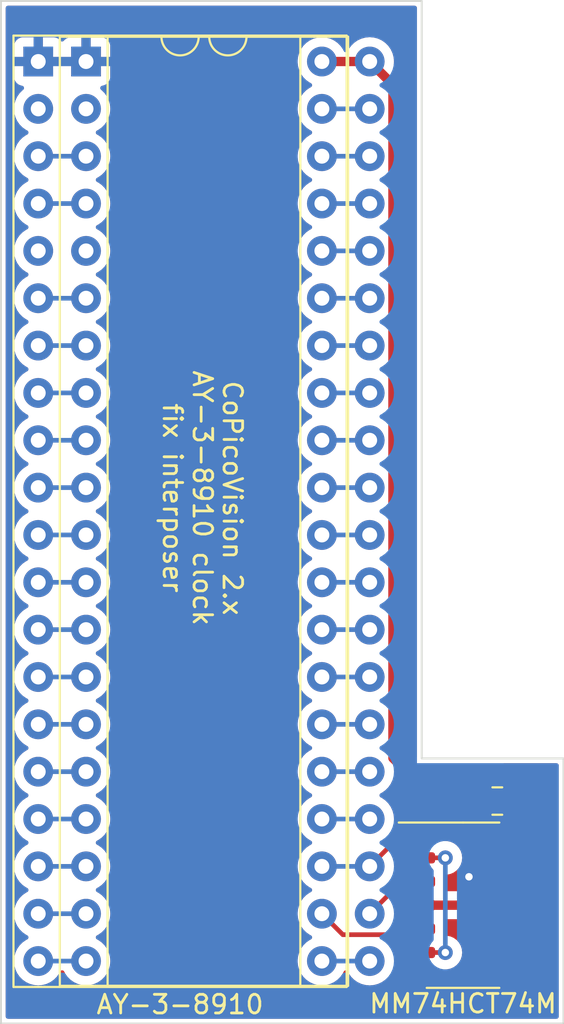
<source format=kicad_pcb>
(kicad_pcb (version 20221018) (generator pcbnew)
  (title_block (title "CoPicoVision AY-3-8910 clock fix interposer") (date "2024-12-31") (rev "1.0") (company "(c) 2024 Jason R. Thorpe.  See LICENSE."))
  (layers (0 "F.Cu" signal) (31 "B.Cu" signal) (34 "B.Paste" user) (35 "F.Paste" user) (36 "B.SilkS" user "B.Silkscreen") (37 "F.SilkS" user "F.Silkscreen") (38 "B.Mask" user) (39 "F.Mask" user) (44 "Edge.Cuts" user))
  (net 0 "")
  (net 1 "VCC")
  (net 2 "GND")
  (net 4 "/OUT_B")
  (net 5 "/OUT_A")
  (net 7 "/IOB7")
  (net 8 "/IOB6")
  (net 9 "/IOB5")
  (net 10 "/IOB4")
  (net 11 "/IOB3")
  (net 12 "/IOB2")
  (net 13 "/IOB1")
  (net 14 "/IOB0")
  (net 15 "/IOA7")
  (net 16 "/IOA6")
  (net 17 "/IOA5")
  (net 18 "/IOA4")
  (net 19 "/IOA3")
  (net 20 "/IOA2")
  (net 21 "/IOA1")
  (net 22 "/IOA0")
  (net 23 "/CPUCLK")
  (net 24 "/RESET")
  (net 25 "/A9")
  (net 26 "/A8")
  (net 27 "/TEST2")
  (net 28 "/BDIR")
  (net 29 "/BC2")
  (net 30 "/BC1")
  (net 31 "/DA7")
  (net 32 "/DA6")
  (net 33 "/DA5")
  (net 34 "/DA4")
  (net 35 "/DA3")
  (net 36 "/DA2")
  (net 37 "/DA1")
  (net 38 "/DA0")
  (net 39 "/OUT_C")
  (net 40 "/TEST1")
  (net 43 "Net-(U102-CLOCK)")
  (net 44 "Net-(U103A-D)")
  (footprint "Package_DIP:DIP-40_W15.24mm" (layer "F.Cu") (at 139.446 39.8264)
    (fp_text reference "U101" hide)
    (fp_text value "AY-3-8910" hide)
    (fp_line (start 1.16 -1.33) (end 1.16 49.59) (stroke (width 0.12)) (layer "F.SilkS"))
    (fp_line (start 1.16 49.59) (end 14.08 49.59) (stroke (width 0.12)) (layer "F.SilkS"))
    (fp_line (start 6.62 -1.33) (end 1.16 -1.33) (stroke (width 0.12)) (layer "F.SilkS"))
    (fp_line (start 14.08 -1.33) (end 8.62 -1.33) (stroke (width 0.12)) (layer "F.SilkS"))
    (fp_line (start 14.08 49.59) (end 14.08 -1.33) (stroke (width 0.12)) (layer "F.SilkS"))
    (fp_arc (start 8.62 -1.33) (mid 7.62 -0.33) (end 6.62 -1.33) (stroke (width 0.12)) (layer "F.SilkS"))
    (pad "1" thru_hole rect (at 0 0) (size 1.6 1.6) (drill 0.8) (layers "*.Cu" "*.Mask") (net 2 "GND"))
    (pad "2" thru_hole oval (at 0 2.54) (size 1.6 1.6) (drill 0.8) (layers "*.Cu" "*.Mask"))
    (pad "3" thru_hole oval (at 0 5.08) (size 1.6 1.6) (drill 0.8) (layers "*.Cu" "*.Mask") (net 4 "/OUT_B"))
    (pad "4" thru_hole oval (at 0 7.62) (size 1.6 1.6) (drill 0.8) (layers "*.Cu" "*.Mask") (net 5 "/OUT_A"))
    (pad "5" thru_hole oval (at 0 10.16) (size 1.6 1.6) (drill 0.8) (layers "*.Cu" "*.Mask"))
    (pad "6" thru_hole oval (at 0 12.7) (size 1.6 1.6) (drill 0.8) (layers "*.Cu" "*.Mask") (net 7 "/IOB7"))
    (pad "7" thru_hole oval (at 0 15.24) (size 1.6 1.6) (drill 0.8) (layers "*.Cu" "*.Mask") (net 8 "/IOB6"))
    (pad "8" thru_hole oval (at 0 17.78) (size 1.6 1.6) (drill 0.8) (layers "*.Cu" "*.Mask") (net 9 "/IOB5"))
    (pad "9" thru_hole oval (at 0 20.32) (size 1.6 1.6) (drill 0.8) (layers "*.Cu" "*.Mask") (net 10 "/IOB4"))
    (pad "10" thru_hole oval (at 0 22.86) (size 1.6 1.6) (drill 0.8) (layers "*.Cu" "*.Mask") (net 11 "/IOB3"))
    (pad "11" thru_hole oval (at 0 25.4) (size 1.6 1.6) (drill 0.8) (layers "*.Cu" "*.Mask") (net 12 "/IOB2"))
    (pad "12" thru_hole oval (at 0 27.94) (size 1.6 1.6) (drill 0.8) (layers "*.Cu" "*.Mask") (net 13 "/IOB1"))
    (pad "13" thru_hole oval (at 0 30.48) (size 1.6 1.6) (drill 0.8) (layers "*.Cu" "*.Mask") (net 14 "/IOB0"))
    (pad "14" thru_hole oval (at 0 33.02) (size 1.6 1.6) (drill 0.8) (layers "*.Cu" "*.Mask") (net 15 "/IOA7"))
    (pad "15" thru_hole oval (at 0 35.56) (size 1.6 1.6) (drill 0.8) (layers "*.Cu" "*.Mask") (net 16 "/IOA6"))
    (pad "16" thru_hole oval (at 0 38.1) (size 1.6 1.6) (drill 0.8) (layers "*.Cu" "*.Mask") (net 17 "/IOA5"))
    (pad "17" thru_hole oval (at 0 40.64) (size 1.6 1.6) (drill 0.8) (layers "*.Cu" "*.Mask") (net 18 "/IOA4"))
    (pad "18" thru_hole oval (at 0 43.18) (size 1.6 1.6) (drill 0.8) (layers "*.Cu" "*.Mask") (net 19 "/IOA3"))
    (pad "19" thru_hole oval (at 0 45.72) (size 1.6 1.6) (drill 0.8) (layers "*.Cu" "*.Mask") (net 20 "/IOA2"))
    (pad "20" thru_hole oval (at 0 48.26) (size 1.6 1.6) (drill 0.8) (layers "*.Cu" "*.Mask") (net 21 "/IOA1"))
    (pad "21" thru_hole oval (at 15.24 48.26) (size 1.6 1.6) (drill 0.8) (layers "*.Cu" "*.Mask") (net 22 "/IOA0"))
    (pad "22" thru_hole oval (at 15.24 45.72) (size 1.6 1.6) (drill 0.8) (layers "*.Cu" "*.Mask") (net 23 "/CPUCLK"))
    (pad "23" thru_hole oval (at 15.24 43.18) (size 1.6 1.6) (drill 0.8) (layers "*.Cu" "*.Mask") (net 24 "/RESET"))
    (pad "24" thru_hole oval (at 15.24 40.64) (size 1.6 1.6) (drill 0.8) (layers "*.Cu" "*.Mask") (net 25 "/A9"))
    (pad "25" thru_hole oval (at 15.24 38.1) (size 1.6 1.6) (drill 0.8) (layers "*.Cu" "*.Mask") (net 26 "/A8"))
    (pad "26" thru_hole oval (at 15.24 35.56) (size 1.6 1.6) (drill 0.8) (layers "*.Cu" "*.Mask") (net 27 "/TEST2"))
    (pad "27" thru_hole oval (at 15.24 33.02) (size 1.6 1.6) (drill 0.8) (layers "*.Cu" "*.Mask") (net 28 "/BDIR"))
    (pad "28" thru_hole oval (at 15.24 30.48) (size 1.6 1.6) (drill 0.8) (layers "*.Cu" "*.Mask") (net 29 "/BC2"))
    (pad "29" thru_hole oval (at 15.24 27.94) (size 1.6 1.6) (drill 0.8) (layers "*.Cu" "*.Mask") (net 30 "/BC1"))
    (pad "30" thru_hole oval (at 15.24 25.4) (size 1.6 1.6) (drill 0.8) (layers "*.Cu" "*.Mask") (net 31 "/DA7"))
    (pad "31" thru_hole oval (at 15.24 22.86) (size 1.6 1.6) (drill 0.8) (layers "*.Cu" "*.Mask") (net 32 "/DA6"))
    (pad "32" thru_hole oval (at 15.24 20.32) (size 1.6 1.6) (drill 0.8) (layers "*.Cu" "*.Mask") (net 33 "/DA5"))
    (pad "33" thru_hole oval (at 15.24 17.78) (size 1.6 1.6) (drill 0.8) (layers "*.Cu" "*.Mask") (net 34 "/DA4"))
    (pad "34" thru_hole oval (at 15.24 15.24) (size 1.6 1.6) (drill 0.8) (layers "*.Cu" "*.Mask") (net 35 "/DA3"))
    (pad "35" thru_hole oval (at 15.24 12.7) (size 1.6 1.6) (drill 0.8) (layers "*.Cu" "*.Mask") (net 36 "/DA2"))
    (pad "36" thru_hole oval (at 15.24 10.16) (size 1.6 1.6) (drill 0.8) (layers "*.Cu" "*.Mask") (net 37 "/DA1"))
    (pad "37" thru_hole oval (at 15.24 7.62) (size 1.6 1.6) (drill 0.8) (layers "*.Cu" "*.Mask") (net 38 "/DA0"))
    (pad "38" thru_hole oval (at 15.24 5.08) (size 1.6 1.6) (drill 0.8) (layers "*.Cu" "*.Mask") (net 39 "/OUT_C"))
    (pad "39" thru_hole oval (at 15.24 2.54) (size 1.6 1.6) (drill 0.8) (layers "*.Cu" "*.Mask") (net 40 "/TEST1"))
    (pad "40" thru_hole oval (at 15.24 0) (size 1.6 1.6) (drill 0.8) (layers "*.Cu" "*.Mask") (net 1 "VCC"))
  )
  (footprint "Capacitor_SMD:C_0805_2012Metric_Pad1.18x1.45mm_HandSolder" (layer "F.Cu") (at 161.544 79.502 180)
    (fp_text reference "C101" hide)
    (fp_text value "0.1µF" hide)
    (fp_line (start -0.261252 -0.735) (end 0.261252 -0.735) (stroke (width 0.12)) (layer "F.SilkS"))
    (fp_line (start -0.261252 0.735) (end 0.261252 0.735) (stroke (width 0.12)) (layer "F.SilkS"))
    (pad "1" smd roundrect (at -1.0375 0 180) (size 1.175 1.45) (layers "F.Cu" "F.Paste" "F.Mask") (roundrect_rratio 0.2127659574) (net 1 "VCC"))
    (pad "2" smd roundrect (at 1.0375 0 180) (size 1.175 1.45) (layers "F.Cu" "F.Paste" "F.Mask") (roundrect_rratio 0.2127659574) (net 2 "GND"))
  )
  (footprint "Package_DIP:DIP-40_W15.24mm_Socket" (layer "F.Cu") (at 136.8782 39.8264)
    (fp_text reference "U102" hide)
    (fp_text value "AY-3-8910" (at 7.62 50.59) (layer "F.SilkS"))
    (fp_line (start -1.33 -1.39) (end -1.33 49.65) (stroke (width 0.12)) (layer "F.SilkS"))
    (fp_line (start -1.33 49.65) (end 16.57 49.65) (stroke (width 0.12)) (layer "F.SilkS"))
    (fp_line (start 1.16 -1.33) (end 1.16 49.59) (stroke (width 0.12)) (layer "F.SilkS"))
    (fp_line (start 1.16 49.59) (end 14.08 49.59) (stroke (width 0.12)) (layer "F.SilkS"))
    (fp_line (start 6.62 -1.33) (end 1.16 -1.33) (stroke (width 0.12)) (layer "F.SilkS"))
    (fp_line (start 14.08 -1.33) (end 8.62 -1.33) (stroke (width 0.12)) (layer "F.SilkS"))
    (fp_line (start 14.08 49.59) (end 14.08 -1.33) (stroke (width 0.12)) (layer "F.SilkS"))
    (fp_line (start 16.57 -1.39) (end -1.33 -1.39) (stroke (width 0.12)) (layer "F.SilkS"))
    (fp_line (start 16.57 49.65) (end 16.57 -1.39) (stroke (width 0.12)) (layer "F.SilkS"))
    (fp_arc (start 8.62 -1.33) (mid 7.62 -0.33) (end 6.62 -1.33) (stroke (width 0.12)) (layer "F.SilkS"))
    (pad "1" thru_hole rect (at 0 0) (size 1.6 1.6) (drill 0.8) (layers "*.Cu" "*.Mask") (net 2 "GND"))
    (pad "2" thru_hole oval (at 0 2.54) (size 1.6 1.6) (drill 0.8) (layers "*.Cu" "*.Mask"))
    (pad "3" thru_hole oval (at 0 5.08) (size 1.6 1.6) (drill 0.8) (layers "*.Cu" "*.Mask") (net 4 "/OUT_B"))
    (pad "4" thru_hole oval (at 0 7.62) (size 1.6 1.6) (drill 0.8) (layers "*.Cu" "*.Mask") (net 5 "/OUT_A"))
    (pad "5" thru_hole oval (at 0 10.16) (size 1.6 1.6) (drill 0.8) (layers "*.Cu" "*.Mask"))
    (pad "6" thru_hole oval (at 0 12.7) (size 1.6 1.6) (drill 0.8) (layers "*.Cu" "*.Mask") (net 7 "/IOB7"))
    (pad "7" thru_hole oval (at 0 15.24) (size 1.6 1.6) (drill 0.8) (layers "*.Cu" "*.Mask") (net 8 "/IOB6"))
    (pad "8" thru_hole oval (at 0 17.78) (size 1.6 1.6) (drill 0.8) (layers "*.Cu" "*.Mask") (net 9 "/IOB5"))
    (pad "9" thru_hole oval (at 0 20.32) (size 1.6 1.6) (drill 0.8) (layers "*.Cu" "*.Mask") (net 10 "/IOB4"))
    (pad "10" thru_hole oval (at 0 22.86) (size 1.6 1.6) (drill 0.8) (layers "*.Cu" "*.Mask") (net 11 "/IOB3"))
    (pad "11" thru_hole oval (at 0 25.4) (size 1.6 1.6) (drill 0.8) (layers "*.Cu" "*.Mask") (net 12 "/IOB2"))
    (pad "12" thru_hole oval (at 0 27.94) (size 1.6 1.6) (drill 0.8) (layers "*.Cu" "*.Mask") (net 13 "/IOB1"))
    (pad "13" thru_hole oval (at 0 30.48) (size 1.6 1.6) (drill 0.8) (layers "*.Cu" "*.Mask") (net 14 "/IOB0"))
    (pad "14" thru_hole oval (at 0 33.02) (size 1.6 1.6) (drill 0.8) (layers "*.Cu" "*.Mask") (net 15 "/IOA7"))
    (pad "15" thru_hole oval (at 0 35.56) (size 1.6 1.6) (drill 0.8) (layers "*.Cu" "*.Mask") (net 16 "/IOA6"))
    (pad "16" thru_hole oval (at 0 38.1) (size 1.6 1.6) (drill 0.8) (layers "*.Cu" "*.Mask") (net 17 "/IOA5"))
    (pad "17" thru_hole oval (at 0 40.64) (size 1.6 1.6) (drill 0.8) (layers "*.Cu" "*.Mask") (net 18 "/IOA4"))
    (pad "18" thru_hole oval (at 0 43.18) (size 1.6 1.6) (drill 0.8) (layers "*.Cu" "*.Mask") (net 19 "/IOA3"))
    (pad "19" thru_hole oval (at 0 45.72) (size 1.6 1.6) (drill 0.8) (layers "*.Cu" "*.Mask") (net 20 "/IOA2"))
    (pad "20" thru_hole oval (at 0 48.26) (size 1.6 1.6) (drill 0.8) (layers "*.Cu" "*.Mask") (net 21 "/IOA1"))
    (pad "21" thru_hole oval (at 15.24 48.26) (size 1.6 1.6) (drill 0.8) (layers "*.Cu" "*.Mask") (net 22 "/IOA0"))
    (pad "22" thru_hole oval (at 15.24 45.72) (size 1.6 1.6) (drill 0.8) (layers "*.Cu" "*.Mask") (net 43 "Net-(U102-CLOCK)"))
    (pad "23" thru_hole oval (at 15.24 43.18) (size 1.6 1.6) (drill 0.8) (layers "*.Cu" "*.Mask") (net 24 "/RESET"))
    (pad "24" thru_hole oval (at 15.24 40.64) (size 1.6 1.6) (drill 0.8) (layers "*.Cu" "*.Mask") (net 25 "/A9"))
    (pad "25" thru_hole oval (at 15.24 38.1) (size 1.6 1.6) (drill 0.8) (layers "*.Cu" "*.Mask") (net 26 "/A8"))
    (pad "26" thru_hole oval (at 15.24 35.56) (size 1.6 1.6) (drill 0.8) (layers "*.Cu" "*.Mask") (net 27 "/TEST2"))
    (pad "27" thru_hole oval (at 15.24 33.02) (size 1.6 1.6) (drill 0.8) (layers "*.Cu" "*.Mask") (net 28 "/BDIR"))
    (pad "28" thru_hole oval (at 15.24 30.48) (size 1.6 1.6) (drill 0.8) (layers "*.Cu" "*.Mask") (net 29 "/BC2"))
    (pad "29" thru_hole oval (at 15.24 27.94) (size 1.6 1.6) (drill 0.8) (layers "*.Cu" "*.Mask") (net 30 "/BC1"))
    (pad "30" thru_hole oval (at 15.24 25.4) (size 1.6 1.6) (drill 0.8) (layers "*.Cu" "*.Mask") (net 31 "/DA7"))
    (pad "31" thru_hole oval (at 15.24 22.86) (size 1.6 1.6) (drill 0.8) (layers "*.Cu" "*.Mask") (net 32 "/DA6"))
    (pad "32" thru_hole oval (at 15.24 20.32) (size 1.6 1.6) (drill 0.8) (layers "*.Cu" "*.Mask") (net 33 "/DA5"))
    (pad "33" thru_hole oval (at 15.24 17.78) (size 1.6 1.6) (drill 0.8) (layers "*.Cu" "*.Mask") (net 34 "/DA4"))
    (pad "34" thru_hole oval (at 15.24 15.24) (size 1.6 1.6) (drill 0.8) (layers "*.Cu" "*.Mask") (net 35 "/DA3"))
    (pad "35" thru_hole oval (at 15.24 12.7) (size 1.6 1.6) (drill 0.8) (layers "*.Cu" "*.Mask") (net 36 "/DA2"))
    (pad "36" thru_hole oval (at 15.24 10.16) (size 1.6 1.6) (drill 0.8) (layers "*.Cu" "*.Mask") (net 37 "/DA1"))
    (pad "37" thru_hole oval (at 15.24 7.62) (size 1.6 1.6) (drill 0.8) (layers "*.Cu" "*.Mask") (net 38 "/DA0"))
    (pad "38" thru_hole oval (at 15.24 5.08) (size 1.6 1.6) (drill 0.8) (layers "*.Cu" "*.Mask") (net 39 "/OUT_C"))
    (pad "39" thru_hole oval (at 15.24 2.54) (size 1.6 1.6) (drill 0.8) (layers "*.Cu" "*.Mask") (net 40 "/TEST1"))
    (pad "40" thru_hole oval (at 15.24 0) (size 1.6 1.6) (drill 0.8) (layers "*.Cu" "*.Mask") (net 1 "VCC"))
  )
  (footprint "Package_SO:SOIC-14_3.9x8.7mm_P1.27mm" (layer "F.Cu") (at 159.701 85.09)
    (fp_text reference "U103" hide)
    (fp_text value "MM74HCT74M" (at 0 5.28) (layer "F.SilkS"))
    (fp_line (start 0 -4.435) (end -3.45 -4.435) (stroke (width 0.12)) (layer "F.SilkS"))
    (fp_line (start 0 -4.435) (end 1.95 -4.435) (stroke (width 0.12)) (layer "F.SilkS"))
    (fp_line (start 0 4.435) (end -1.95 4.435) (stroke (width 0.12)) (layer "F.SilkS"))
    (fp_line (start 0 4.435) (end 1.95 4.435) (stroke (width 0.12)) (layer "F.SilkS"))
    (pad "1" smd roundrect (at -2.475 -3.81) (size 1.95 0.6) (layers "F.Cu" "F.Paste" "F.Mask") (net 24 "/RESET"))
    (pad "2" smd roundrect (at -2.475 -2.54) (size 1.95 0.6) (layers "F.Cu" "F.Paste" "F.Mask") (net 44 "Net-(U103A-D)"))
    (pad "3" smd roundrect (at -2.475 -1.27) (size 1.95 0.6) (layers "F.Cu" "F.Paste" "F.Mask") (net 23 "/CPUCLK"))
    (pad "4" smd roundrect (at -2.475 0) (size 1.95 0.6) (layers "F.Cu" "F.Paste" "F.Mask") (net 1 "VCC"))
    (pad "5" smd roundrect (at -2.475 1.27) (size 1.95 0.6) (layers "F.Cu" "F.Paste" "F.Mask") (net 43 "Net-(U102-CLOCK)"))
    (pad "6" smd roundrect (at -2.475 2.54) (size 1.95 0.6) (layers "F.Cu" "F.Paste" "F.Mask") (net 44 "Net-(U103A-D)"))
    (pad "7" smd roundrect (at -2.475 3.81) (size 1.95 0.6) (layers "F.Cu" "F.Paste" "F.Mask") (net 2 "GND"))
    (pad "8" smd roundrect (at 2.475 3.81) (size 1.95 0.6) (layers "F.Cu" "F.Paste" "F.Mask"))
    (pad "9" smd roundrect (at 2.475 2.54) (size 1.95 0.6) (layers "F.Cu" "F.Paste" "F.Mask"))
    (pad "10" smd roundrect (at 2.475 1.27) (size 1.95 0.6) (layers "F.Cu" "F.Paste" "F.Mask") (net 1 "VCC"))
    (pad "11" smd roundrect (at 2.475 0) (size 1.95 0.6) (layers "F.Cu" "F.Paste" "F.Mask") (net 2 "GND"))
    (pad "12" smd roundrect (at 2.475 -1.27) (size 1.95 0.6) (layers "F.Cu" "F.Paste" "F.Mask") (net 2 "GND"))
    (pad "13" smd roundrect (at 2.475 -2.54) (size 1.95 0.6) (layers "F.Cu" "F.Paste" "F.Mask") (net 1 "VCC"))
    (pad "14" smd roundrect (at 2.475 -3.81) (size 1.95 0.6) (layers "F.Cu" "F.Paste" "F.Mask") (net 1 "VCC"))
  )
  (gr_poly (pts (xy 134.874 36.576) (xy 134.874 91.44) (xy 165.1 91.44) (xy 165.1 77.216) (xy 157.48 77.216) (xy 157.48 36.576)) (stroke (width 0.1)) (fill none) (layer "Edge.Cuts"))
  (gr_text "CoPicoVision 2.x\nAY-3-8910 clock\nfix interposer" (at 143.51 63.246 270) (layer "F.SilkS") (effects (font (size 1 1)) (justify bottom)))
  (segment (start 154.686 39.8264) (end 152.1182 39.8264) (width 0.5) (layer "F.Cu") (net 1))
  (segment (start 162.729528 82.55) (end 163.601 83.421472) (width 0.5) (layer "F.Cu") (net 1))
  (segment (start 163.601 85.488528) (end 162.729528 86.36) (width 0.5) (layer "F.Cu") (net 1))
  (segment (start 155.936 41.0764) (end 155.936 77.196) (width 0.5) (layer "F.Cu") (net 1))
  (segment (start 160.319528 85.09) (end 157.226 85.09) (width 0.5) (layer "F.Cu") (net 1))
  (segment (start 156.972 78.232) (end 161.3115 78.232) (width 0.5) (layer "F.Cu") (net 1))
  (segment (start 162.176 86.36) (end 161.589528 86.36) (width 0.5) (layer "F.Cu") (net 1))
  (segment (start 161.589528 86.36) (end 160.319528 85.09) (width 0.5) (layer "F.Cu") (net 1))
  (segment (start 162.5815 80.8745) (end 162.176 81.28) (width 0.5) (layer "F.Cu") (net 1))
  (segment (start 162.176 82.55) (end 162.729528 82.55) (width 0.5) (layer "F.Cu") (net 1))
  (segment (start 154.686 39.8264) (end 155.936 41.0764) (width 0.5) (layer "F.Cu") (net 1))
  (segment (start 161.3115 78.232) (end 162.5815 79.502) (width 0.5) (layer "F.Cu") (net 1))
  (segment (start 163.601 83.421472) (end 163.601 85.488528) (width 0.5) (layer "F.Cu") (net 1))
  (segment (start 155.936 77.196) (end 156.972 78.232) (width 0.5) (layer "F.Cu") (net 1))
  (segment (start 162.729528 86.36) (end 162.176 86.36) (width 0.5) (layer "F.Cu") (net 1))
  (segment (start 162.176 81.28) (end 162.176 82.55) (width 0.5) (layer "F.Cu") (net 1))
  (segment (start 162.5815 79.502) (end 162.5815 80.8745) (width 0.5) (layer "F.Cu") (net 1))
  (segment (start 162.176 85.09) (end 162.176 83.82) (width 0.5) (layer "F.Cu") (net 2))
  (via (at 160.02 83.566) (size 0.8) (drill 0.4) (layers "F.Cu" "B.Cu") (net 2))
  (segment (start 139.446 44.9064) (end 136.8782 44.9064) (width 0.25) (layer "B.Cu") (net 4))
  (segment (start 139.446 47.4464) (end 136.8782 47.4464) (width 0.25) (layer "B.Cu") (net 5))
  (segment (start 139.446 52.5264) (end 136.8782 52.5264) (width 0.25) (layer "B.Cu") (net 7))
  (segment (start 139.446 55.0664) (end 136.8782 55.0664) (width 0.25) (layer "B.Cu") (net 8))
  (segment (start 139.446 57.6064) (end 136.8782 57.6064) (width 0.25) (layer "B.Cu") (net 9))
  (segment (start 139.446 60.1464) (end 136.8782 60.1464) (width 0.25) (layer "B.Cu") (net 10))
  (segment (start 139.446 62.6864) (end 136.8782 62.6864) (width 0.25) (layer "B.Cu") (net 11))
  (segment (start 139.446 65.2264) (end 136.8782 65.2264) (width 0.25) (layer "B.Cu") (net 12))
  (segment (start 139.446 67.7664) (end 136.8782 67.7664) (width 0.25) (layer "B.Cu") (net 13))
  (segment (start 139.446 70.3064) (end 136.8782 70.3064) (width 0.25) (layer "B.Cu") (net 14))
  (segment (start 139.446 72.8464) (end 136.8782 72.8464) (width 0.25) (layer "B.Cu") (net 15))
  (segment (start 139.446 75.3864) (end 136.8782 75.3864) (width 0.25) (layer "B.Cu") (net 16))
  (segment (start 139.446 77.9264) (end 136.8782 77.9264) (width 0.25) (layer "B.Cu") (net 17))
  (segment (start 139.446 80.4664) (end 136.8782 80.4664) (width 0.25) (layer "B.Cu") (net 18))
  (segment (start 139.446 83.0064) (end 136.8782 83.0064) (width 0.25) (layer "B.Cu") (net 19))
  (segment (start 139.446 85.5464) (end 136.8782 85.5464) (width 0.25) (layer "B.Cu") (net 20))
  (segment (start 139.446 88.0864) (end 136.8782 88.0864) (width 0.25) (layer "B.Cu") (net 21))
  (segment (start 154.686 88.0864) (end 152.1182 88.0864) (width 0.25) (layer "B.Cu") (net 22))
  (segment (start 154.686 85.5464) (end 156.4124 83.82) (width 0.25) (layer "F.Cu") (net 23))
  (segment (start 156.4124 83.82) (end 157.226 83.82) (width 0.25) (layer "F.Cu") (net 23))
  (segment (start 154.686 83.0064) (end 156.4124 81.28) (width 0.25) (layer "F.Cu") (net 24))
  (segment (start 156.4124 81.28) (end 157.226 81.28) (width 0.25) (layer "F.Cu") (net 24))
  (segment (start 154.686 83.0064) (end 152.1182 83.0064) (width 0.25) (layer "B.Cu") (net 24))
  (segment (start 154.686 80.4664) (end 152.1182 80.4664) (width 0.25) (layer "B.Cu") (net 25))
  (segment (start 154.686 77.9264) (end 152.1182 77.9264) (width 0.25) (layer "B.Cu") (net 26))
  (segment (start 154.686 75.3864) (end 152.1182 75.3864) (width 0.25) (layer "B.Cu") (net 27))
  (segment (start 154.686 72.8464) (end 152.1182 72.8464) (width 0.25) (layer "B.Cu") (net 28))
  (segment (start 154.686 70.3064) (end 152.1182 70.3064) (width 0.25) (layer "B.Cu") (net 29))
  (segment (start 154.686 67.7664) (end 152.1182 67.7664) (width 0.25) (layer "B.Cu") (net 30))
  (segment (start 154.686 65.2264) (end 152.1182 65.2264) (width 0.25) (layer "B.Cu") (net 31))
  (segment (start 154.686 62.6864) (end 152.1182 62.6864) (width 0.25) (layer "B.Cu") (net 32))
  (segment (start 154.686 60.1464) (end 152.1182 60.1464) (width 0.25) (layer "B.Cu") (net 33))
  (segment (start 154.686 57.6064) (end 152.1182 57.6064) (width 0.25) (layer "B.Cu") (net 34))
  (segment (start 154.686 55.0664) (end 152.1182 55.0664) (width 0.25) (layer "B.Cu") (net 35))
  (segment (start 154.686 52.5264) (end 152.1182 52.5264) (width 0.25) (layer "B.Cu") (net 36))
  (segment (start 154.686 49.9864) (end 152.1182 49.9864) (width 0.25) (layer "B.Cu") (net 37))
  (segment (start 154.686 47.4464) (end 152.1182 47.4464) (width 0.25) (layer "B.Cu") (net 38))
  (segment (start 154.686 44.9064) (end 152.1182 44.9064) (width 0.25) (layer "B.Cu") (net 39))
  (segment (start 154.686 42.3664) (end 152.1182 42.3664) (width 0.25) (layer "B.Cu") (net 40))
  (segment (start 156.9146 86.6714) (end 153.2432 86.6714) (width 0.25) (layer "F.Cu") (net 43))
  (segment (start 157.226 86.36) (end 156.9146 86.6714) (width 0.25) (layer "F.Cu") (net 43))
  (segment (start 153.2432 86.6714) (end 152.1182 85.5464) (width 0.25) (layer "F.Cu") (net 43))
  (segment (start 157.226 82.55) (end 158.75 82.55) (width 0.25) (layer "F.Cu") (net 44))
  (segment (start 158.75 87.63) (end 157.226 87.63) (width 0.25) (layer "F.Cu") (net 44))
  (via (at 158.75 87.63) (size 0.8) (drill 0.4) (layers "F.Cu" "B.Cu") (net 44))
  (via (at 158.75 82.55) (size 0.8) (drill 0.4) (layers "F.Cu" "B.Cu") (net 44))
  (segment (start 158.75 82.55) (end 158.75 87.63) (width 0.25) (layer "B.Cu") (net 44))
  (zone (net 2) (net_name "GND") (layers "F&B.Cu") (connect_pads (clearance 0.5)) (min_thickness 0.25) (fill yes (thermal_gap 0.5) (thermal_bridge_width 0.5))
    (polygon (pts (xy 135.128 36.83) (xy 135.128 91.186) (xy 164.846 91.186) (xy 164.846 77.47) (xy 157.226 77.47) (xy 157.226 36.83)))
  )
)
</source>
